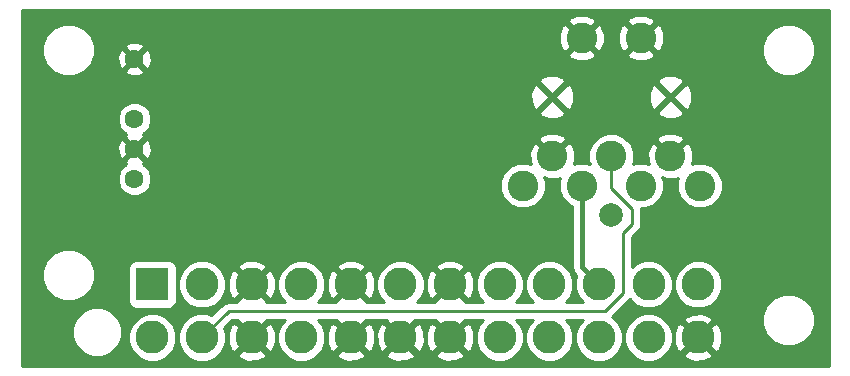
<source format=gbl>
G04 #@! TF.FileFunction,Copper,L2,Bot,Signal*
%FSLAX46Y46*%
G04 Gerber Fmt 4.6, Leading zero omitted, Abs format (unit mm)*
G04 Created by KiCad (PCBNEW 4.0.7) date 07/10/18 00:50:01*
%MOMM*%
%LPD*%
G01*
G04 APERTURE LIST*
%ADD10C,0.100000*%
%ADD11C,2.600000*%
%ADD12C,2.000000*%
%ADD13R,2.800000X2.800000*%
%ADD14C,2.800000*%
%ADD15C,1.600000*%
%ADD16C,0.250000*%
%ADD17C,0.391000*%
%ADD18C,0.254000*%
G04 APERTURE END LIST*
D10*
D11*
X169124000Y-101854000D03*
X164124000Y-101854000D03*
X161624000Y-111854000D03*
X166624000Y-111854000D03*
X171624000Y-111854000D03*
X164124000Y-114354000D03*
X169124000Y-114354000D03*
X159124000Y-114354000D03*
X174124000Y-114354000D03*
D12*
X166624000Y-116854000D03*
D13*
X127776000Y-122718000D03*
D14*
X131976000Y-122718000D03*
X136176000Y-122718000D03*
X140376000Y-122718000D03*
X144576000Y-122718000D03*
X148776000Y-122718000D03*
X152976000Y-122718000D03*
X157176000Y-122718000D03*
X161376000Y-122718000D03*
X165576000Y-122718000D03*
X169776000Y-122718000D03*
X173976000Y-122718000D03*
X127776000Y-127218000D03*
X131976000Y-127218000D03*
X136176000Y-127218000D03*
X140376000Y-127218000D03*
X144576000Y-127218000D03*
X148776000Y-127218000D03*
X152976000Y-127218000D03*
X157176000Y-127218000D03*
X161376000Y-127218000D03*
X165576000Y-127218000D03*
X169776000Y-127218000D03*
X173976000Y-127218000D03*
D15*
X126254000Y-103632000D03*
X126254000Y-113792000D03*
X126254000Y-111252000D03*
X126254000Y-108712000D03*
D16*
X167640000Y-121412000D02*
X167640000Y-118364000D01*
X134226000Y-124968000D02*
X166116000Y-124968000D01*
X166116000Y-124968000D02*
X167640000Y-123444000D01*
X167640000Y-123444000D02*
X167640000Y-121412000D01*
X131976000Y-127218000D02*
X134226000Y-124968000D01*
X166624000Y-114554000D02*
X166624000Y-111854000D01*
X168402000Y-116332000D02*
X166624000Y-114554000D01*
X168402000Y-117602000D02*
X168402000Y-116332000D01*
X167640000Y-118364000D02*
X168402000Y-117602000D01*
D17*
X165576000Y-122718000D02*
X164124000Y-121266000D01*
X164124000Y-121266000D02*
X164124000Y-114354000D01*
D18*
G36*
X185042000Y-129592000D02*
X116710000Y-129592000D01*
X116710000Y-127180815D01*
X120940630Y-127180815D01*
X121264980Y-127965800D01*
X121865041Y-128566909D01*
X122649459Y-128892628D01*
X123498815Y-128893370D01*
X124283800Y-128569020D01*
X124884909Y-127968959D01*
X125029389Y-127621011D01*
X125740648Y-127621011D01*
X126049805Y-128369229D01*
X126621760Y-128942183D01*
X127369438Y-129252646D01*
X128179011Y-129253352D01*
X128927229Y-128944195D01*
X129500183Y-128372240D01*
X129810646Y-127624562D01*
X129810649Y-127621011D01*
X129940648Y-127621011D01*
X130249805Y-128369229D01*
X130821760Y-128942183D01*
X131569438Y-129252646D01*
X132379011Y-129253352D01*
X133127229Y-128944195D01*
X133412196Y-128659724D01*
X134913882Y-128659724D01*
X135061455Y-128968106D01*
X135816031Y-129261405D01*
X136625409Y-129243614D01*
X137290545Y-128968106D01*
X137438118Y-128659724D01*
X136176000Y-127397605D01*
X134913882Y-128659724D01*
X133412196Y-128659724D01*
X133700183Y-128372240D01*
X134010646Y-127624562D01*
X134011314Y-126858031D01*
X134132595Y-126858031D01*
X134150386Y-127667409D01*
X134425894Y-128332545D01*
X134734276Y-128480118D01*
X135996395Y-127218000D01*
X136355605Y-127218000D01*
X137617724Y-128480118D01*
X137926106Y-128332545D01*
X138219405Y-127577969D01*
X138201614Y-126768591D01*
X137926106Y-126103455D01*
X137617724Y-125955882D01*
X136355605Y-127218000D01*
X135996395Y-127218000D01*
X134734276Y-125955882D01*
X134425894Y-126103455D01*
X134132595Y-126858031D01*
X134011314Y-126858031D01*
X134011352Y-126814989D01*
X133848338Y-126420464D01*
X134540802Y-125728000D01*
X134936984Y-125728000D01*
X134913882Y-125776276D01*
X136176000Y-127038395D01*
X137438118Y-125776276D01*
X137415016Y-125728000D01*
X138988163Y-125728000D01*
X138651817Y-126063760D01*
X138341354Y-126811438D01*
X138340648Y-127621011D01*
X138649805Y-128369229D01*
X139221760Y-128942183D01*
X139969438Y-129252646D01*
X140779011Y-129253352D01*
X141527229Y-128944195D01*
X141812196Y-128659724D01*
X143313882Y-128659724D01*
X143461455Y-128968106D01*
X144216031Y-129261405D01*
X145025409Y-129243614D01*
X145690545Y-128968106D01*
X145838118Y-128659724D01*
X147513882Y-128659724D01*
X147661455Y-128968106D01*
X148416031Y-129261405D01*
X149225409Y-129243614D01*
X149890545Y-128968106D01*
X150038118Y-128659724D01*
X151713882Y-128659724D01*
X151861455Y-128968106D01*
X152616031Y-129261405D01*
X153425409Y-129243614D01*
X154090545Y-128968106D01*
X154238118Y-128659724D01*
X152976000Y-127397605D01*
X151713882Y-128659724D01*
X150038118Y-128659724D01*
X148776000Y-127397605D01*
X147513882Y-128659724D01*
X145838118Y-128659724D01*
X144576000Y-127397605D01*
X143313882Y-128659724D01*
X141812196Y-128659724D01*
X142100183Y-128372240D01*
X142410646Y-127624562D01*
X142411314Y-126858031D01*
X142532595Y-126858031D01*
X142550386Y-127667409D01*
X142825894Y-128332545D01*
X143134276Y-128480118D01*
X144396395Y-127218000D01*
X144755605Y-127218000D01*
X146017724Y-128480118D01*
X146326106Y-128332545D01*
X146619405Y-127577969D01*
X146603580Y-126858031D01*
X146732595Y-126858031D01*
X146750386Y-127667409D01*
X147025894Y-128332545D01*
X147334276Y-128480118D01*
X148596395Y-127218000D01*
X148955605Y-127218000D01*
X150217724Y-128480118D01*
X150526106Y-128332545D01*
X150819405Y-127577969D01*
X150803580Y-126858031D01*
X150932595Y-126858031D01*
X150950386Y-127667409D01*
X151225894Y-128332545D01*
X151534276Y-128480118D01*
X152796395Y-127218000D01*
X153155605Y-127218000D01*
X154417724Y-128480118D01*
X154726106Y-128332545D01*
X155019405Y-127577969D01*
X155001614Y-126768591D01*
X154726106Y-126103455D01*
X154417724Y-125955882D01*
X153155605Y-127218000D01*
X152796395Y-127218000D01*
X151534276Y-125955882D01*
X151225894Y-126103455D01*
X150932595Y-126858031D01*
X150803580Y-126858031D01*
X150801614Y-126768591D01*
X150526106Y-126103455D01*
X150217724Y-125955882D01*
X148955605Y-127218000D01*
X148596395Y-127218000D01*
X147334276Y-125955882D01*
X147025894Y-126103455D01*
X146732595Y-126858031D01*
X146603580Y-126858031D01*
X146601614Y-126768591D01*
X146326106Y-126103455D01*
X146017724Y-125955882D01*
X144755605Y-127218000D01*
X144396395Y-127218000D01*
X143134276Y-125955882D01*
X142825894Y-126103455D01*
X142532595Y-126858031D01*
X142411314Y-126858031D01*
X142411352Y-126814989D01*
X142102195Y-126066771D01*
X141764015Y-125728000D01*
X143336984Y-125728000D01*
X143313882Y-125776276D01*
X144576000Y-127038395D01*
X145838118Y-125776276D01*
X145815016Y-125728000D01*
X147536984Y-125728000D01*
X147513882Y-125776276D01*
X148776000Y-127038395D01*
X150038118Y-125776276D01*
X150015016Y-125728000D01*
X151736984Y-125728000D01*
X151713882Y-125776276D01*
X152976000Y-127038395D01*
X154238118Y-125776276D01*
X154215016Y-125728000D01*
X155788163Y-125728000D01*
X155451817Y-126063760D01*
X155141354Y-126811438D01*
X155140648Y-127621011D01*
X155449805Y-128369229D01*
X156021760Y-128942183D01*
X156769438Y-129252646D01*
X157579011Y-129253352D01*
X158327229Y-128944195D01*
X158900183Y-128372240D01*
X159210646Y-127624562D01*
X159211352Y-126814989D01*
X158902195Y-126066771D01*
X158564015Y-125728000D01*
X159988163Y-125728000D01*
X159651817Y-126063760D01*
X159341354Y-126811438D01*
X159340648Y-127621011D01*
X159649805Y-128369229D01*
X160221760Y-128942183D01*
X160969438Y-129252646D01*
X161779011Y-129253352D01*
X162527229Y-128944195D01*
X163100183Y-128372240D01*
X163410646Y-127624562D01*
X163411352Y-126814989D01*
X163102195Y-126066771D01*
X162764015Y-125728000D01*
X164188163Y-125728000D01*
X163851817Y-126063760D01*
X163541354Y-126811438D01*
X163540648Y-127621011D01*
X163849805Y-128369229D01*
X164421760Y-128942183D01*
X165169438Y-129252646D01*
X165979011Y-129253352D01*
X166727229Y-128944195D01*
X167300183Y-128372240D01*
X167610646Y-127624562D01*
X167610649Y-127621011D01*
X167740648Y-127621011D01*
X168049805Y-128369229D01*
X168621760Y-128942183D01*
X169369438Y-129252646D01*
X170179011Y-129253352D01*
X170927229Y-128944195D01*
X171212196Y-128659724D01*
X172713882Y-128659724D01*
X172861455Y-128968106D01*
X173616031Y-129261405D01*
X174425409Y-129243614D01*
X175090545Y-128968106D01*
X175238118Y-128659724D01*
X173976000Y-127397605D01*
X172713882Y-128659724D01*
X171212196Y-128659724D01*
X171500183Y-128372240D01*
X171810646Y-127624562D01*
X171811314Y-126858031D01*
X171932595Y-126858031D01*
X171950386Y-127667409D01*
X172225894Y-128332545D01*
X172534276Y-128480118D01*
X173796395Y-127218000D01*
X174155605Y-127218000D01*
X175417724Y-128480118D01*
X175726106Y-128332545D01*
X176019405Y-127577969D01*
X176001614Y-126768591D01*
X175754755Y-126172619D01*
X179374613Y-126172619D01*
X179714155Y-126994372D01*
X180342321Y-127623636D01*
X181163481Y-127964611D01*
X182052619Y-127965387D01*
X182874372Y-127625845D01*
X183503636Y-126997679D01*
X183844611Y-126176519D01*
X183845387Y-125287381D01*
X183505845Y-124465628D01*
X182877679Y-123836364D01*
X182056519Y-123495389D01*
X181167381Y-123494613D01*
X180345628Y-123834155D01*
X179716364Y-124462321D01*
X179375389Y-125283481D01*
X179374613Y-126172619D01*
X175754755Y-126172619D01*
X175726106Y-126103455D01*
X175417724Y-125955882D01*
X174155605Y-127218000D01*
X173796395Y-127218000D01*
X172534276Y-125955882D01*
X172225894Y-126103455D01*
X171932595Y-126858031D01*
X171811314Y-126858031D01*
X171811352Y-126814989D01*
X171502195Y-126066771D01*
X171212207Y-125776276D01*
X172713882Y-125776276D01*
X173976000Y-127038395D01*
X175238118Y-125776276D01*
X175090545Y-125467894D01*
X174335969Y-125174595D01*
X173526591Y-125192386D01*
X172861455Y-125467894D01*
X172713882Y-125776276D01*
X171212207Y-125776276D01*
X170930240Y-125493817D01*
X170182562Y-125183354D01*
X169372989Y-125182648D01*
X168624771Y-125491805D01*
X168051817Y-126063760D01*
X167741354Y-126811438D01*
X167740648Y-127621011D01*
X167610649Y-127621011D01*
X167611352Y-126814989D01*
X167302195Y-126066771D01*
X166730240Y-125493817D01*
X166684131Y-125474671D01*
X168169584Y-123989218D01*
X168621760Y-124442183D01*
X169369438Y-124752646D01*
X170179011Y-124753352D01*
X170927229Y-124444195D01*
X171500183Y-123872240D01*
X171810646Y-123124562D01*
X171810649Y-123121011D01*
X171940648Y-123121011D01*
X172249805Y-123869229D01*
X172821760Y-124442183D01*
X173569438Y-124752646D01*
X174379011Y-124753352D01*
X175127229Y-124444195D01*
X175700183Y-123872240D01*
X176010646Y-123124562D01*
X176011352Y-122314989D01*
X175702195Y-121566771D01*
X175130240Y-120993817D01*
X174382562Y-120683354D01*
X173572989Y-120682648D01*
X172824771Y-120991805D01*
X172251817Y-121563760D01*
X171941354Y-122311438D01*
X171940648Y-123121011D01*
X171810649Y-123121011D01*
X171811352Y-122314989D01*
X171502195Y-121566771D01*
X170930240Y-120993817D01*
X170182562Y-120683354D01*
X169372989Y-120682648D01*
X168624771Y-120991805D01*
X168400000Y-121216184D01*
X168400000Y-118678802D01*
X168939401Y-118139401D01*
X169104148Y-117892839D01*
X169162000Y-117602000D01*
X169162000Y-116332000D01*
X169153452Y-116289026D01*
X169507207Y-116289335D01*
X170218658Y-115995370D01*
X170763457Y-115451521D01*
X171058663Y-114740584D01*
X171059335Y-113970793D01*
X170931222Y-113660735D01*
X171287880Y-113798066D01*
X172057427Y-113778710D01*
X172311372Y-113673523D01*
X172189337Y-113967416D01*
X172188665Y-114737207D01*
X172482630Y-115448658D01*
X173026479Y-115993457D01*
X173737416Y-116288663D01*
X174507207Y-116289335D01*
X175218658Y-115995370D01*
X175763457Y-115451521D01*
X176058663Y-114740584D01*
X176059335Y-113970793D01*
X175765370Y-113259342D01*
X175221521Y-112714543D01*
X174510584Y-112419337D01*
X173740793Y-112418665D01*
X173430735Y-112546778D01*
X173568066Y-112190120D01*
X173548710Y-111420573D01*
X173291455Y-110799504D01*
X172993459Y-110664146D01*
X171803605Y-111854000D01*
X171817748Y-111868143D01*
X171638143Y-112047748D01*
X171624000Y-112033605D01*
X171609858Y-112047748D01*
X171430253Y-111868143D01*
X171444395Y-111854000D01*
X170254541Y-110664146D01*
X169956545Y-110799504D01*
X169679934Y-111517880D01*
X169699290Y-112287427D01*
X169804477Y-112541372D01*
X169510584Y-112419337D01*
X168740793Y-112418665D01*
X168431683Y-112546386D01*
X168558663Y-112240584D01*
X168559335Y-111470793D01*
X168265370Y-110759342D01*
X167991049Y-110484541D01*
X170434146Y-110484541D01*
X171624000Y-111674395D01*
X172813854Y-110484541D01*
X172678496Y-110186545D01*
X171960120Y-109909934D01*
X171190573Y-109929290D01*
X170569504Y-110186545D01*
X170434146Y-110484541D01*
X167991049Y-110484541D01*
X167721521Y-110214543D01*
X167010584Y-109919337D01*
X166240793Y-109918665D01*
X165529342Y-110212630D01*
X164984543Y-110756479D01*
X164689337Y-111467416D01*
X164688665Y-112237207D01*
X164816386Y-112546317D01*
X164510584Y-112419337D01*
X163740793Y-112418665D01*
X163430735Y-112546778D01*
X163568066Y-112190120D01*
X163548710Y-111420573D01*
X163291455Y-110799504D01*
X162993459Y-110664146D01*
X161803605Y-111854000D01*
X161817748Y-111868143D01*
X161638143Y-112047748D01*
X161624000Y-112033605D01*
X161609858Y-112047748D01*
X161430253Y-111868143D01*
X161444395Y-111854000D01*
X160254541Y-110664146D01*
X159956545Y-110799504D01*
X159679934Y-111517880D01*
X159699290Y-112287427D01*
X159804477Y-112541372D01*
X159510584Y-112419337D01*
X158740793Y-112418665D01*
X158029342Y-112712630D01*
X157484543Y-113256479D01*
X157189337Y-113967416D01*
X157188665Y-114737207D01*
X157482630Y-115448658D01*
X158026479Y-115993457D01*
X158737416Y-116288663D01*
X159507207Y-116289335D01*
X160218658Y-115995370D01*
X160763457Y-115451521D01*
X161058663Y-114740584D01*
X161059335Y-113970793D01*
X160931222Y-113660735D01*
X161287880Y-113798066D01*
X162057427Y-113778710D01*
X162311372Y-113673523D01*
X162189337Y-113967416D01*
X162188665Y-114737207D01*
X162482630Y-115448658D01*
X163026479Y-115993457D01*
X163293500Y-116104333D01*
X163293500Y-121266000D01*
X163356718Y-121583819D01*
X163436245Y-121702839D01*
X163536748Y-121853252D01*
X163674436Y-121990940D01*
X163541354Y-122311438D01*
X163540648Y-123121011D01*
X163849805Y-123869229D01*
X164187985Y-124208000D01*
X162763837Y-124208000D01*
X163100183Y-123872240D01*
X163410646Y-123124562D01*
X163411352Y-122314989D01*
X163102195Y-121566771D01*
X162530240Y-120993817D01*
X161782562Y-120683354D01*
X160972989Y-120682648D01*
X160224771Y-120991805D01*
X159651817Y-121563760D01*
X159341354Y-122311438D01*
X159340648Y-123121011D01*
X159649805Y-123869229D01*
X159987985Y-124208000D01*
X158563837Y-124208000D01*
X158900183Y-123872240D01*
X159210646Y-123124562D01*
X159211352Y-122314989D01*
X158902195Y-121566771D01*
X158330240Y-120993817D01*
X157582562Y-120683354D01*
X156772989Y-120682648D01*
X156024771Y-120991805D01*
X155451817Y-121563760D01*
X155141354Y-122311438D01*
X155140648Y-123121011D01*
X155449805Y-123869229D01*
X155787985Y-124208000D01*
X154215016Y-124208000D01*
X154238118Y-124159724D01*
X152976000Y-122897605D01*
X151713882Y-124159724D01*
X151736984Y-124208000D01*
X150163837Y-124208000D01*
X150500183Y-123872240D01*
X150810646Y-123124562D01*
X150811314Y-122358031D01*
X150932595Y-122358031D01*
X150950386Y-123167409D01*
X151225894Y-123832545D01*
X151534276Y-123980118D01*
X152796395Y-122718000D01*
X153155605Y-122718000D01*
X154417724Y-123980118D01*
X154726106Y-123832545D01*
X155019405Y-123077969D01*
X155001614Y-122268591D01*
X154726106Y-121603455D01*
X154417724Y-121455882D01*
X153155605Y-122718000D01*
X152796395Y-122718000D01*
X151534276Y-121455882D01*
X151225894Y-121603455D01*
X150932595Y-122358031D01*
X150811314Y-122358031D01*
X150811352Y-122314989D01*
X150502195Y-121566771D01*
X150212207Y-121276276D01*
X151713882Y-121276276D01*
X152976000Y-122538395D01*
X154238118Y-121276276D01*
X154090545Y-120967894D01*
X153335969Y-120674595D01*
X152526591Y-120692386D01*
X151861455Y-120967894D01*
X151713882Y-121276276D01*
X150212207Y-121276276D01*
X149930240Y-120993817D01*
X149182562Y-120683354D01*
X148372989Y-120682648D01*
X147624771Y-120991805D01*
X147051817Y-121563760D01*
X146741354Y-122311438D01*
X146740648Y-123121011D01*
X147049805Y-123869229D01*
X147387985Y-124208000D01*
X145815016Y-124208000D01*
X145838118Y-124159724D01*
X144576000Y-122897605D01*
X143313882Y-124159724D01*
X143336984Y-124208000D01*
X141763837Y-124208000D01*
X142100183Y-123872240D01*
X142410646Y-123124562D01*
X142411314Y-122358031D01*
X142532595Y-122358031D01*
X142550386Y-123167409D01*
X142825894Y-123832545D01*
X143134276Y-123980118D01*
X144396395Y-122718000D01*
X144755605Y-122718000D01*
X146017724Y-123980118D01*
X146326106Y-123832545D01*
X146619405Y-123077969D01*
X146601614Y-122268591D01*
X146326106Y-121603455D01*
X146017724Y-121455882D01*
X144755605Y-122718000D01*
X144396395Y-122718000D01*
X143134276Y-121455882D01*
X142825894Y-121603455D01*
X142532595Y-122358031D01*
X142411314Y-122358031D01*
X142411352Y-122314989D01*
X142102195Y-121566771D01*
X141812207Y-121276276D01*
X143313882Y-121276276D01*
X144576000Y-122538395D01*
X145838118Y-121276276D01*
X145690545Y-120967894D01*
X144935969Y-120674595D01*
X144126591Y-120692386D01*
X143461455Y-120967894D01*
X143313882Y-121276276D01*
X141812207Y-121276276D01*
X141530240Y-120993817D01*
X140782562Y-120683354D01*
X139972989Y-120682648D01*
X139224771Y-120991805D01*
X138651817Y-121563760D01*
X138341354Y-122311438D01*
X138340648Y-123121011D01*
X138649805Y-123869229D01*
X138987985Y-124208000D01*
X137415016Y-124208000D01*
X137438118Y-124159724D01*
X136176000Y-122897605D01*
X134913882Y-124159724D01*
X134936984Y-124208000D01*
X134226000Y-124208000D01*
X133935161Y-124265852D01*
X133688599Y-124430599D01*
X132773509Y-125345689D01*
X132382562Y-125183354D01*
X131572989Y-125182648D01*
X130824771Y-125491805D01*
X130251817Y-126063760D01*
X129941354Y-126811438D01*
X129940648Y-127621011D01*
X129810649Y-127621011D01*
X129811352Y-126814989D01*
X129502195Y-126066771D01*
X128930240Y-125493817D01*
X128182562Y-125183354D01*
X127372989Y-125182648D01*
X126624771Y-125491805D01*
X126051817Y-126063760D01*
X125741354Y-126811438D01*
X125740648Y-127621011D01*
X125029389Y-127621011D01*
X125210628Y-127184541D01*
X125211370Y-126335185D01*
X124887020Y-125550200D01*
X124286959Y-124949091D01*
X123502541Y-124623372D01*
X122653185Y-124622630D01*
X121868200Y-124946980D01*
X121267091Y-125547041D01*
X120941372Y-126331459D01*
X120940630Y-127180815D01*
X116710000Y-127180815D01*
X116710000Y-122362619D01*
X118414613Y-122362619D01*
X118754155Y-123184372D01*
X119382321Y-123813636D01*
X120203481Y-124154611D01*
X121092619Y-124155387D01*
X121914372Y-123815845D01*
X122543636Y-123187679D01*
X122884611Y-122366519D01*
X122885387Y-121477381D01*
X122819533Y-121318000D01*
X125728560Y-121318000D01*
X125728560Y-124118000D01*
X125772838Y-124353317D01*
X125911910Y-124569441D01*
X126124110Y-124714431D01*
X126376000Y-124765440D01*
X129176000Y-124765440D01*
X129411317Y-124721162D01*
X129627441Y-124582090D01*
X129772431Y-124369890D01*
X129823440Y-124118000D01*
X129823440Y-123121011D01*
X129940648Y-123121011D01*
X130249805Y-123869229D01*
X130821760Y-124442183D01*
X131569438Y-124752646D01*
X132379011Y-124753352D01*
X133127229Y-124444195D01*
X133700183Y-123872240D01*
X134010646Y-123124562D01*
X134011314Y-122358031D01*
X134132595Y-122358031D01*
X134150386Y-123167409D01*
X134425894Y-123832545D01*
X134734276Y-123980118D01*
X135996395Y-122718000D01*
X136355605Y-122718000D01*
X137617724Y-123980118D01*
X137926106Y-123832545D01*
X138219405Y-123077969D01*
X138201614Y-122268591D01*
X137926106Y-121603455D01*
X137617724Y-121455882D01*
X136355605Y-122718000D01*
X135996395Y-122718000D01*
X134734276Y-121455882D01*
X134425894Y-121603455D01*
X134132595Y-122358031D01*
X134011314Y-122358031D01*
X134011352Y-122314989D01*
X133702195Y-121566771D01*
X133412207Y-121276276D01*
X134913882Y-121276276D01*
X136176000Y-122538395D01*
X137438118Y-121276276D01*
X137290545Y-120967894D01*
X136535969Y-120674595D01*
X135726591Y-120692386D01*
X135061455Y-120967894D01*
X134913882Y-121276276D01*
X133412207Y-121276276D01*
X133130240Y-120993817D01*
X132382562Y-120683354D01*
X131572989Y-120682648D01*
X130824771Y-120991805D01*
X130251817Y-121563760D01*
X129941354Y-122311438D01*
X129940648Y-123121011D01*
X129823440Y-123121011D01*
X129823440Y-121318000D01*
X129779162Y-121082683D01*
X129640090Y-120866559D01*
X129427890Y-120721569D01*
X129176000Y-120670560D01*
X126376000Y-120670560D01*
X126140683Y-120714838D01*
X125924559Y-120853910D01*
X125779569Y-121066110D01*
X125728560Y-121318000D01*
X122819533Y-121318000D01*
X122545845Y-120655628D01*
X121917679Y-120026364D01*
X121096519Y-119685389D01*
X120207381Y-119684613D01*
X119385628Y-120024155D01*
X118756364Y-120652321D01*
X118415389Y-121473481D01*
X118414613Y-122362619D01*
X116710000Y-122362619D01*
X116710000Y-114076187D01*
X124818752Y-114076187D01*
X125036757Y-114603800D01*
X125440077Y-115007824D01*
X125967309Y-115226750D01*
X126538187Y-115227248D01*
X127065800Y-115009243D01*
X127469824Y-114605923D01*
X127688750Y-114078691D01*
X127689248Y-113507813D01*
X127471243Y-112980200D01*
X127067923Y-112576176D01*
X126953232Y-112528552D01*
X127008005Y-112505864D01*
X127082139Y-112259745D01*
X126254000Y-111431605D01*
X125425861Y-112259745D01*
X125499995Y-112505864D01*
X125558254Y-112526805D01*
X125442200Y-112574757D01*
X125038176Y-112978077D01*
X124819250Y-113505309D01*
X124818752Y-114076187D01*
X116710000Y-114076187D01*
X116710000Y-111035223D01*
X124807035Y-111035223D01*
X124834222Y-111605454D01*
X125000136Y-112006005D01*
X125246255Y-112080139D01*
X126074395Y-111252000D01*
X126433605Y-111252000D01*
X127261745Y-112080139D01*
X127507864Y-112006005D01*
X127700965Y-111468777D01*
X127673778Y-110898546D01*
X127507864Y-110497995D01*
X127463198Y-110484541D01*
X160434146Y-110484541D01*
X161624000Y-111674395D01*
X162813854Y-110484541D01*
X162678496Y-110186545D01*
X161960120Y-109909934D01*
X161190573Y-109929290D01*
X160569504Y-110186545D01*
X160434146Y-110484541D01*
X127463198Y-110484541D01*
X127261745Y-110423861D01*
X126433605Y-111252000D01*
X126074395Y-111252000D01*
X125246255Y-110423861D01*
X125000136Y-110497995D01*
X124807035Y-111035223D01*
X116710000Y-111035223D01*
X116710000Y-108996187D01*
X124818752Y-108996187D01*
X125036757Y-109523800D01*
X125440077Y-109927824D01*
X125554768Y-109975448D01*
X125499995Y-109998136D01*
X125425861Y-110244255D01*
X126254000Y-111072395D01*
X127082139Y-110244255D01*
X127008005Y-109998136D01*
X126949746Y-109977195D01*
X127065800Y-109929243D01*
X127469824Y-109525923D01*
X127688750Y-108998691D01*
X127689248Y-108427813D01*
X127574944Y-108151175D01*
X160506430Y-108151175D01*
X160629565Y-108438788D01*
X161311734Y-108698707D01*
X162041443Y-108677786D01*
X162618435Y-108438788D01*
X162741570Y-108151175D01*
X170506430Y-108151175D01*
X170629565Y-108438788D01*
X171311734Y-108698707D01*
X172041443Y-108677786D01*
X172618435Y-108438788D01*
X172741570Y-108151175D01*
X171624000Y-107033605D01*
X170506430Y-108151175D01*
X162741570Y-108151175D01*
X161624000Y-107033605D01*
X160506430Y-108151175D01*
X127574944Y-108151175D01*
X127471243Y-107900200D01*
X127067923Y-107496176D01*
X126540691Y-107277250D01*
X125969813Y-107276752D01*
X125442200Y-107494757D01*
X125038176Y-107898077D01*
X124819250Y-108425309D01*
X124818752Y-108996187D01*
X116710000Y-108996187D01*
X116710000Y-106541734D01*
X159779293Y-106541734D01*
X159800214Y-107271443D01*
X160039212Y-107848435D01*
X160326825Y-107971570D01*
X161444395Y-106854000D01*
X161803605Y-106854000D01*
X162921175Y-107971570D01*
X163208788Y-107848435D01*
X163468707Y-107166266D01*
X163450802Y-106541734D01*
X169779293Y-106541734D01*
X169800214Y-107271443D01*
X170039212Y-107848435D01*
X170326825Y-107971570D01*
X171444395Y-106854000D01*
X171803605Y-106854000D01*
X172921175Y-107971570D01*
X173208788Y-107848435D01*
X173468707Y-107166266D01*
X173447786Y-106436557D01*
X173208788Y-105859565D01*
X172921175Y-105736430D01*
X171803605Y-106854000D01*
X171444395Y-106854000D01*
X170326825Y-105736430D01*
X170039212Y-105859565D01*
X169779293Y-106541734D01*
X163450802Y-106541734D01*
X163447786Y-106436557D01*
X163208788Y-105859565D01*
X162921175Y-105736430D01*
X161803605Y-106854000D01*
X161444395Y-106854000D01*
X160326825Y-105736430D01*
X160039212Y-105859565D01*
X159779293Y-106541734D01*
X116710000Y-106541734D01*
X116710000Y-105556825D01*
X160506430Y-105556825D01*
X161624000Y-106674395D01*
X162741570Y-105556825D01*
X170506430Y-105556825D01*
X171624000Y-106674395D01*
X172741570Y-105556825D01*
X172618435Y-105269212D01*
X171936266Y-105009293D01*
X171206557Y-105030214D01*
X170629565Y-105269212D01*
X170506430Y-105556825D01*
X162741570Y-105556825D01*
X162618435Y-105269212D01*
X161936266Y-105009293D01*
X161206557Y-105030214D01*
X160629565Y-105269212D01*
X160506430Y-105556825D01*
X116710000Y-105556825D01*
X116710000Y-103312619D01*
X118414613Y-103312619D01*
X118754155Y-104134372D01*
X119382321Y-104763636D01*
X120203481Y-105104611D01*
X121092619Y-105105387D01*
X121914372Y-104765845D01*
X122040692Y-104639745D01*
X125425861Y-104639745D01*
X125499995Y-104885864D01*
X126037223Y-105078965D01*
X126607454Y-105051778D01*
X127008005Y-104885864D01*
X127082139Y-104639745D01*
X126254000Y-103811605D01*
X125425861Y-104639745D01*
X122040692Y-104639745D01*
X122543636Y-104137679D01*
X122843625Y-103415223D01*
X124807035Y-103415223D01*
X124834222Y-103985454D01*
X125000136Y-104386005D01*
X125246255Y-104460139D01*
X126074395Y-103632000D01*
X126433605Y-103632000D01*
X127261745Y-104460139D01*
X127507864Y-104386005D01*
X127700965Y-103848777D01*
X127673778Y-103278546D01*
X127650961Y-103223459D01*
X162934146Y-103223459D01*
X163069504Y-103521455D01*
X163787880Y-103798066D01*
X164557427Y-103778710D01*
X165178496Y-103521455D01*
X165313854Y-103223459D01*
X167934146Y-103223459D01*
X168069504Y-103521455D01*
X168787880Y-103798066D01*
X169557427Y-103778710D01*
X170178496Y-103521455D01*
X170273355Y-103312619D01*
X179374613Y-103312619D01*
X179714155Y-104134372D01*
X180342321Y-104763636D01*
X181163481Y-105104611D01*
X182052619Y-105105387D01*
X182874372Y-104765845D01*
X183503636Y-104137679D01*
X183844611Y-103316519D01*
X183845387Y-102427381D01*
X183505845Y-101605628D01*
X182877679Y-100976364D01*
X182056519Y-100635389D01*
X181167381Y-100634613D01*
X180345628Y-100974155D01*
X179716364Y-101602321D01*
X179375389Y-102423481D01*
X179374613Y-103312619D01*
X170273355Y-103312619D01*
X170313854Y-103223459D01*
X169124000Y-102033605D01*
X167934146Y-103223459D01*
X165313854Y-103223459D01*
X164124000Y-102033605D01*
X162934146Y-103223459D01*
X127650961Y-103223459D01*
X127507864Y-102877995D01*
X127261745Y-102803861D01*
X126433605Y-103632000D01*
X126074395Y-103632000D01*
X125246255Y-102803861D01*
X125000136Y-102877995D01*
X124807035Y-103415223D01*
X122843625Y-103415223D01*
X122884611Y-103316519D01*
X122885215Y-102624255D01*
X125425861Y-102624255D01*
X126254000Y-103452395D01*
X127082139Y-102624255D01*
X127008005Y-102378136D01*
X126470777Y-102185035D01*
X125900546Y-102212222D01*
X125499995Y-102378136D01*
X125425861Y-102624255D01*
X122885215Y-102624255D01*
X122885387Y-102427381D01*
X122545845Y-101605628D01*
X122458251Y-101517880D01*
X162179934Y-101517880D01*
X162199290Y-102287427D01*
X162456545Y-102908496D01*
X162754541Y-103043854D01*
X163944395Y-101854000D01*
X164303605Y-101854000D01*
X165493459Y-103043854D01*
X165791455Y-102908496D01*
X166068066Y-102190120D01*
X166051158Y-101517880D01*
X167179934Y-101517880D01*
X167199290Y-102287427D01*
X167456545Y-102908496D01*
X167754541Y-103043854D01*
X168944395Y-101854000D01*
X169303605Y-101854000D01*
X170493459Y-103043854D01*
X170791455Y-102908496D01*
X171068066Y-102190120D01*
X171048710Y-101420573D01*
X170791455Y-100799504D01*
X170493459Y-100664146D01*
X169303605Y-101854000D01*
X168944395Y-101854000D01*
X167754541Y-100664146D01*
X167456545Y-100799504D01*
X167179934Y-101517880D01*
X166051158Y-101517880D01*
X166048710Y-101420573D01*
X165791455Y-100799504D01*
X165493459Y-100664146D01*
X164303605Y-101854000D01*
X163944395Y-101854000D01*
X162754541Y-100664146D01*
X162456545Y-100799504D01*
X162179934Y-101517880D01*
X122458251Y-101517880D01*
X121917679Y-100976364D01*
X121096519Y-100635389D01*
X120207381Y-100634613D01*
X119385628Y-100974155D01*
X118756364Y-101602321D01*
X118415389Y-102423481D01*
X118414613Y-103312619D01*
X116710000Y-103312619D01*
X116710000Y-100484541D01*
X162934146Y-100484541D01*
X164124000Y-101674395D01*
X165313854Y-100484541D01*
X167934146Y-100484541D01*
X169124000Y-101674395D01*
X170313854Y-100484541D01*
X170178496Y-100186545D01*
X169460120Y-99909934D01*
X168690573Y-99929290D01*
X168069504Y-100186545D01*
X167934146Y-100484541D01*
X165313854Y-100484541D01*
X165178496Y-100186545D01*
X164460120Y-99909934D01*
X163690573Y-99929290D01*
X163069504Y-100186545D01*
X162934146Y-100484541D01*
X116710000Y-100484541D01*
X116710000Y-99516000D01*
X185042000Y-99516000D01*
X185042000Y-129592000D01*
X185042000Y-129592000D01*
G37*
X185042000Y-129592000D02*
X116710000Y-129592000D01*
X116710000Y-127180815D01*
X120940630Y-127180815D01*
X121264980Y-127965800D01*
X121865041Y-128566909D01*
X122649459Y-128892628D01*
X123498815Y-128893370D01*
X124283800Y-128569020D01*
X124884909Y-127968959D01*
X125029389Y-127621011D01*
X125740648Y-127621011D01*
X126049805Y-128369229D01*
X126621760Y-128942183D01*
X127369438Y-129252646D01*
X128179011Y-129253352D01*
X128927229Y-128944195D01*
X129500183Y-128372240D01*
X129810646Y-127624562D01*
X129810649Y-127621011D01*
X129940648Y-127621011D01*
X130249805Y-128369229D01*
X130821760Y-128942183D01*
X131569438Y-129252646D01*
X132379011Y-129253352D01*
X133127229Y-128944195D01*
X133412196Y-128659724D01*
X134913882Y-128659724D01*
X135061455Y-128968106D01*
X135816031Y-129261405D01*
X136625409Y-129243614D01*
X137290545Y-128968106D01*
X137438118Y-128659724D01*
X136176000Y-127397605D01*
X134913882Y-128659724D01*
X133412196Y-128659724D01*
X133700183Y-128372240D01*
X134010646Y-127624562D01*
X134011314Y-126858031D01*
X134132595Y-126858031D01*
X134150386Y-127667409D01*
X134425894Y-128332545D01*
X134734276Y-128480118D01*
X135996395Y-127218000D01*
X136355605Y-127218000D01*
X137617724Y-128480118D01*
X137926106Y-128332545D01*
X138219405Y-127577969D01*
X138201614Y-126768591D01*
X137926106Y-126103455D01*
X137617724Y-125955882D01*
X136355605Y-127218000D01*
X135996395Y-127218000D01*
X134734276Y-125955882D01*
X134425894Y-126103455D01*
X134132595Y-126858031D01*
X134011314Y-126858031D01*
X134011352Y-126814989D01*
X133848338Y-126420464D01*
X134540802Y-125728000D01*
X134936984Y-125728000D01*
X134913882Y-125776276D01*
X136176000Y-127038395D01*
X137438118Y-125776276D01*
X137415016Y-125728000D01*
X138988163Y-125728000D01*
X138651817Y-126063760D01*
X138341354Y-126811438D01*
X138340648Y-127621011D01*
X138649805Y-128369229D01*
X139221760Y-128942183D01*
X139969438Y-129252646D01*
X140779011Y-129253352D01*
X141527229Y-128944195D01*
X141812196Y-128659724D01*
X143313882Y-128659724D01*
X143461455Y-128968106D01*
X144216031Y-129261405D01*
X145025409Y-129243614D01*
X145690545Y-128968106D01*
X145838118Y-128659724D01*
X147513882Y-128659724D01*
X147661455Y-128968106D01*
X148416031Y-129261405D01*
X149225409Y-129243614D01*
X149890545Y-128968106D01*
X150038118Y-128659724D01*
X151713882Y-128659724D01*
X151861455Y-128968106D01*
X152616031Y-129261405D01*
X153425409Y-129243614D01*
X154090545Y-128968106D01*
X154238118Y-128659724D01*
X152976000Y-127397605D01*
X151713882Y-128659724D01*
X150038118Y-128659724D01*
X148776000Y-127397605D01*
X147513882Y-128659724D01*
X145838118Y-128659724D01*
X144576000Y-127397605D01*
X143313882Y-128659724D01*
X141812196Y-128659724D01*
X142100183Y-128372240D01*
X142410646Y-127624562D01*
X142411314Y-126858031D01*
X142532595Y-126858031D01*
X142550386Y-127667409D01*
X142825894Y-128332545D01*
X143134276Y-128480118D01*
X144396395Y-127218000D01*
X144755605Y-127218000D01*
X146017724Y-128480118D01*
X146326106Y-128332545D01*
X146619405Y-127577969D01*
X146603580Y-126858031D01*
X146732595Y-126858031D01*
X146750386Y-127667409D01*
X147025894Y-128332545D01*
X147334276Y-128480118D01*
X148596395Y-127218000D01*
X148955605Y-127218000D01*
X150217724Y-128480118D01*
X150526106Y-128332545D01*
X150819405Y-127577969D01*
X150803580Y-126858031D01*
X150932595Y-126858031D01*
X150950386Y-127667409D01*
X151225894Y-128332545D01*
X151534276Y-128480118D01*
X152796395Y-127218000D01*
X153155605Y-127218000D01*
X154417724Y-128480118D01*
X154726106Y-128332545D01*
X155019405Y-127577969D01*
X155001614Y-126768591D01*
X154726106Y-126103455D01*
X154417724Y-125955882D01*
X153155605Y-127218000D01*
X152796395Y-127218000D01*
X151534276Y-125955882D01*
X151225894Y-126103455D01*
X150932595Y-126858031D01*
X150803580Y-126858031D01*
X150801614Y-126768591D01*
X150526106Y-126103455D01*
X150217724Y-125955882D01*
X148955605Y-127218000D01*
X148596395Y-127218000D01*
X147334276Y-125955882D01*
X147025894Y-126103455D01*
X146732595Y-126858031D01*
X146603580Y-126858031D01*
X146601614Y-126768591D01*
X146326106Y-126103455D01*
X146017724Y-125955882D01*
X144755605Y-127218000D01*
X144396395Y-127218000D01*
X143134276Y-125955882D01*
X142825894Y-126103455D01*
X142532595Y-126858031D01*
X142411314Y-126858031D01*
X142411352Y-126814989D01*
X142102195Y-126066771D01*
X141764015Y-125728000D01*
X143336984Y-125728000D01*
X143313882Y-125776276D01*
X144576000Y-127038395D01*
X145838118Y-125776276D01*
X145815016Y-125728000D01*
X147536984Y-125728000D01*
X147513882Y-125776276D01*
X148776000Y-127038395D01*
X150038118Y-125776276D01*
X150015016Y-125728000D01*
X151736984Y-125728000D01*
X151713882Y-125776276D01*
X152976000Y-127038395D01*
X154238118Y-125776276D01*
X154215016Y-125728000D01*
X155788163Y-125728000D01*
X155451817Y-126063760D01*
X155141354Y-126811438D01*
X155140648Y-127621011D01*
X155449805Y-128369229D01*
X156021760Y-128942183D01*
X156769438Y-129252646D01*
X157579011Y-129253352D01*
X158327229Y-128944195D01*
X158900183Y-128372240D01*
X159210646Y-127624562D01*
X159211352Y-126814989D01*
X158902195Y-126066771D01*
X158564015Y-125728000D01*
X159988163Y-125728000D01*
X159651817Y-126063760D01*
X159341354Y-126811438D01*
X159340648Y-127621011D01*
X159649805Y-128369229D01*
X160221760Y-128942183D01*
X160969438Y-129252646D01*
X161779011Y-129253352D01*
X162527229Y-128944195D01*
X163100183Y-128372240D01*
X163410646Y-127624562D01*
X163411352Y-126814989D01*
X163102195Y-126066771D01*
X162764015Y-125728000D01*
X164188163Y-125728000D01*
X163851817Y-126063760D01*
X163541354Y-126811438D01*
X163540648Y-127621011D01*
X163849805Y-128369229D01*
X164421760Y-128942183D01*
X165169438Y-129252646D01*
X165979011Y-129253352D01*
X166727229Y-128944195D01*
X167300183Y-128372240D01*
X167610646Y-127624562D01*
X167610649Y-127621011D01*
X167740648Y-127621011D01*
X168049805Y-128369229D01*
X168621760Y-128942183D01*
X169369438Y-129252646D01*
X170179011Y-129253352D01*
X170927229Y-128944195D01*
X171212196Y-128659724D01*
X172713882Y-128659724D01*
X172861455Y-128968106D01*
X173616031Y-129261405D01*
X174425409Y-129243614D01*
X175090545Y-128968106D01*
X175238118Y-128659724D01*
X173976000Y-127397605D01*
X172713882Y-128659724D01*
X171212196Y-128659724D01*
X171500183Y-128372240D01*
X171810646Y-127624562D01*
X171811314Y-126858031D01*
X171932595Y-126858031D01*
X171950386Y-127667409D01*
X172225894Y-128332545D01*
X172534276Y-128480118D01*
X173796395Y-127218000D01*
X174155605Y-127218000D01*
X175417724Y-128480118D01*
X175726106Y-128332545D01*
X176019405Y-127577969D01*
X176001614Y-126768591D01*
X175754755Y-126172619D01*
X179374613Y-126172619D01*
X179714155Y-126994372D01*
X180342321Y-127623636D01*
X181163481Y-127964611D01*
X182052619Y-127965387D01*
X182874372Y-127625845D01*
X183503636Y-126997679D01*
X183844611Y-126176519D01*
X183845387Y-125287381D01*
X183505845Y-124465628D01*
X182877679Y-123836364D01*
X182056519Y-123495389D01*
X181167381Y-123494613D01*
X180345628Y-123834155D01*
X179716364Y-124462321D01*
X179375389Y-125283481D01*
X179374613Y-126172619D01*
X175754755Y-126172619D01*
X175726106Y-126103455D01*
X175417724Y-125955882D01*
X174155605Y-127218000D01*
X173796395Y-127218000D01*
X172534276Y-125955882D01*
X172225894Y-126103455D01*
X171932595Y-126858031D01*
X171811314Y-126858031D01*
X171811352Y-126814989D01*
X171502195Y-126066771D01*
X171212207Y-125776276D01*
X172713882Y-125776276D01*
X173976000Y-127038395D01*
X175238118Y-125776276D01*
X175090545Y-125467894D01*
X174335969Y-125174595D01*
X173526591Y-125192386D01*
X172861455Y-125467894D01*
X172713882Y-125776276D01*
X171212207Y-125776276D01*
X170930240Y-125493817D01*
X170182562Y-125183354D01*
X169372989Y-125182648D01*
X168624771Y-125491805D01*
X168051817Y-126063760D01*
X167741354Y-126811438D01*
X167740648Y-127621011D01*
X167610649Y-127621011D01*
X167611352Y-126814989D01*
X167302195Y-126066771D01*
X166730240Y-125493817D01*
X166684131Y-125474671D01*
X168169584Y-123989218D01*
X168621760Y-124442183D01*
X169369438Y-124752646D01*
X170179011Y-124753352D01*
X170927229Y-124444195D01*
X171500183Y-123872240D01*
X171810646Y-123124562D01*
X171810649Y-123121011D01*
X171940648Y-123121011D01*
X172249805Y-123869229D01*
X172821760Y-124442183D01*
X173569438Y-124752646D01*
X174379011Y-124753352D01*
X175127229Y-124444195D01*
X175700183Y-123872240D01*
X176010646Y-123124562D01*
X176011352Y-122314989D01*
X175702195Y-121566771D01*
X175130240Y-120993817D01*
X174382562Y-120683354D01*
X173572989Y-120682648D01*
X172824771Y-120991805D01*
X172251817Y-121563760D01*
X171941354Y-122311438D01*
X171940648Y-123121011D01*
X171810649Y-123121011D01*
X171811352Y-122314989D01*
X171502195Y-121566771D01*
X170930240Y-120993817D01*
X170182562Y-120683354D01*
X169372989Y-120682648D01*
X168624771Y-120991805D01*
X168400000Y-121216184D01*
X168400000Y-118678802D01*
X168939401Y-118139401D01*
X169104148Y-117892839D01*
X169162000Y-117602000D01*
X169162000Y-116332000D01*
X169153452Y-116289026D01*
X169507207Y-116289335D01*
X170218658Y-115995370D01*
X170763457Y-115451521D01*
X171058663Y-114740584D01*
X171059335Y-113970793D01*
X170931222Y-113660735D01*
X171287880Y-113798066D01*
X172057427Y-113778710D01*
X172311372Y-113673523D01*
X172189337Y-113967416D01*
X172188665Y-114737207D01*
X172482630Y-115448658D01*
X173026479Y-115993457D01*
X173737416Y-116288663D01*
X174507207Y-116289335D01*
X175218658Y-115995370D01*
X175763457Y-115451521D01*
X176058663Y-114740584D01*
X176059335Y-113970793D01*
X175765370Y-113259342D01*
X175221521Y-112714543D01*
X174510584Y-112419337D01*
X173740793Y-112418665D01*
X173430735Y-112546778D01*
X173568066Y-112190120D01*
X173548710Y-111420573D01*
X173291455Y-110799504D01*
X172993459Y-110664146D01*
X171803605Y-111854000D01*
X171817748Y-111868143D01*
X171638143Y-112047748D01*
X171624000Y-112033605D01*
X171609858Y-112047748D01*
X171430253Y-111868143D01*
X171444395Y-111854000D01*
X170254541Y-110664146D01*
X169956545Y-110799504D01*
X169679934Y-111517880D01*
X169699290Y-112287427D01*
X169804477Y-112541372D01*
X169510584Y-112419337D01*
X168740793Y-112418665D01*
X168431683Y-112546386D01*
X168558663Y-112240584D01*
X168559335Y-111470793D01*
X168265370Y-110759342D01*
X167991049Y-110484541D01*
X170434146Y-110484541D01*
X171624000Y-111674395D01*
X172813854Y-110484541D01*
X172678496Y-110186545D01*
X171960120Y-109909934D01*
X171190573Y-109929290D01*
X170569504Y-110186545D01*
X170434146Y-110484541D01*
X167991049Y-110484541D01*
X167721521Y-110214543D01*
X167010584Y-109919337D01*
X166240793Y-109918665D01*
X165529342Y-110212630D01*
X164984543Y-110756479D01*
X164689337Y-111467416D01*
X164688665Y-112237207D01*
X164816386Y-112546317D01*
X164510584Y-112419337D01*
X163740793Y-112418665D01*
X163430735Y-112546778D01*
X163568066Y-112190120D01*
X163548710Y-111420573D01*
X163291455Y-110799504D01*
X162993459Y-110664146D01*
X161803605Y-111854000D01*
X161817748Y-111868143D01*
X161638143Y-112047748D01*
X161624000Y-112033605D01*
X161609858Y-112047748D01*
X161430253Y-111868143D01*
X161444395Y-111854000D01*
X160254541Y-110664146D01*
X159956545Y-110799504D01*
X159679934Y-111517880D01*
X159699290Y-112287427D01*
X159804477Y-112541372D01*
X159510584Y-112419337D01*
X158740793Y-112418665D01*
X158029342Y-112712630D01*
X157484543Y-113256479D01*
X157189337Y-113967416D01*
X157188665Y-114737207D01*
X157482630Y-115448658D01*
X158026479Y-115993457D01*
X158737416Y-116288663D01*
X159507207Y-116289335D01*
X160218658Y-115995370D01*
X160763457Y-115451521D01*
X161058663Y-114740584D01*
X161059335Y-113970793D01*
X160931222Y-113660735D01*
X161287880Y-113798066D01*
X162057427Y-113778710D01*
X162311372Y-113673523D01*
X162189337Y-113967416D01*
X162188665Y-114737207D01*
X162482630Y-115448658D01*
X163026479Y-115993457D01*
X163293500Y-116104333D01*
X163293500Y-121266000D01*
X163356718Y-121583819D01*
X163436245Y-121702839D01*
X163536748Y-121853252D01*
X163674436Y-121990940D01*
X163541354Y-122311438D01*
X163540648Y-123121011D01*
X163849805Y-123869229D01*
X164187985Y-124208000D01*
X162763837Y-124208000D01*
X163100183Y-123872240D01*
X163410646Y-123124562D01*
X163411352Y-122314989D01*
X163102195Y-121566771D01*
X162530240Y-120993817D01*
X161782562Y-120683354D01*
X160972989Y-120682648D01*
X160224771Y-120991805D01*
X159651817Y-121563760D01*
X159341354Y-122311438D01*
X159340648Y-123121011D01*
X159649805Y-123869229D01*
X159987985Y-124208000D01*
X158563837Y-124208000D01*
X158900183Y-123872240D01*
X159210646Y-123124562D01*
X159211352Y-122314989D01*
X158902195Y-121566771D01*
X158330240Y-120993817D01*
X157582562Y-120683354D01*
X156772989Y-120682648D01*
X156024771Y-120991805D01*
X155451817Y-121563760D01*
X155141354Y-122311438D01*
X155140648Y-123121011D01*
X155449805Y-123869229D01*
X155787985Y-124208000D01*
X154215016Y-124208000D01*
X154238118Y-124159724D01*
X152976000Y-122897605D01*
X151713882Y-124159724D01*
X151736984Y-124208000D01*
X150163837Y-124208000D01*
X150500183Y-123872240D01*
X150810646Y-123124562D01*
X150811314Y-122358031D01*
X150932595Y-122358031D01*
X150950386Y-123167409D01*
X151225894Y-123832545D01*
X151534276Y-123980118D01*
X152796395Y-122718000D01*
X153155605Y-122718000D01*
X154417724Y-123980118D01*
X154726106Y-123832545D01*
X155019405Y-123077969D01*
X155001614Y-122268591D01*
X154726106Y-121603455D01*
X154417724Y-121455882D01*
X153155605Y-122718000D01*
X152796395Y-122718000D01*
X151534276Y-121455882D01*
X151225894Y-121603455D01*
X150932595Y-122358031D01*
X150811314Y-122358031D01*
X150811352Y-122314989D01*
X150502195Y-121566771D01*
X150212207Y-121276276D01*
X151713882Y-121276276D01*
X152976000Y-122538395D01*
X154238118Y-121276276D01*
X154090545Y-120967894D01*
X153335969Y-120674595D01*
X152526591Y-120692386D01*
X151861455Y-120967894D01*
X151713882Y-121276276D01*
X150212207Y-121276276D01*
X149930240Y-120993817D01*
X149182562Y-120683354D01*
X148372989Y-120682648D01*
X147624771Y-120991805D01*
X147051817Y-121563760D01*
X146741354Y-122311438D01*
X146740648Y-123121011D01*
X147049805Y-123869229D01*
X147387985Y-124208000D01*
X145815016Y-124208000D01*
X145838118Y-124159724D01*
X144576000Y-122897605D01*
X143313882Y-124159724D01*
X143336984Y-124208000D01*
X141763837Y-124208000D01*
X142100183Y-123872240D01*
X142410646Y-123124562D01*
X142411314Y-122358031D01*
X142532595Y-122358031D01*
X142550386Y-123167409D01*
X142825894Y-123832545D01*
X143134276Y-123980118D01*
X144396395Y-122718000D01*
X144755605Y-122718000D01*
X146017724Y-123980118D01*
X146326106Y-123832545D01*
X146619405Y-123077969D01*
X146601614Y-122268591D01*
X146326106Y-121603455D01*
X146017724Y-121455882D01*
X144755605Y-122718000D01*
X144396395Y-122718000D01*
X143134276Y-121455882D01*
X142825894Y-121603455D01*
X142532595Y-122358031D01*
X142411314Y-122358031D01*
X142411352Y-122314989D01*
X142102195Y-121566771D01*
X141812207Y-121276276D01*
X143313882Y-121276276D01*
X144576000Y-122538395D01*
X145838118Y-121276276D01*
X145690545Y-120967894D01*
X144935969Y-120674595D01*
X144126591Y-120692386D01*
X143461455Y-120967894D01*
X143313882Y-121276276D01*
X141812207Y-121276276D01*
X141530240Y-120993817D01*
X140782562Y-120683354D01*
X139972989Y-120682648D01*
X139224771Y-120991805D01*
X138651817Y-121563760D01*
X138341354Y-122311438D01*
X138340648Y-123121011D01*
X138649805Y-123869229D01*
X138987985Y-124208000D01*
X137415016Y-124208000D01*
X137438118Y-124159724D01*
X136176000Y-122897605D01*
X134913882Y-124159724D01*
X134936984Y-124208000D01*
X134226000Y-124208000D01*
X133935161Y-124265852D01*
X133688599Y-124430599D01*
X132773509Y-125345689D01*
X132382562Y-125183354D01*
X131572989Y-125182648D01*
X130824771Y-125491805D01*
X130251817Y-126063760D01*
X129941354Y-126811438D01*
X129940648Y-127621011D01*
X129810649Y-127621011D01*
X129811352Y-126814989D01*
X129502195Y-126066771D01*
X128930240Y-125493817D01*
X128182562Y-125183354D01*
X127372989Y-125182648D01*
X126624771Y-125491805D01*
X126051817Y-126063760D01*
X125741354Y-126811438D01*
X125740648Y-127621011D01*
X125029389Y-127621011D01*
X125210628Y-127184541D01*
X125211370Y-126335185D01*
X124887020Y-125550200D01*
X124286959Y-124949091D01*
X123502541Y-124623372D01*
X122653185Y-124622630D01*
X121868200Y-124946980D01*
X121267091Y-125547041D01*
X120941372Y-126331459D01*
X120940630Y-127180815D01*
X116710000Y-127180815D01*
X116710000Y-122362619D01*
X118414613Y-122362619D01*
X118754155Y-123184372D01*
X119382321Y-123813636D01*
X120203481Y-124154611D01*
X121092619Y-124155387D01*
X121914372Y-123815845D01*
X122543636Y-123187679D01*
X122884611Y-122366519D01*
X122885387Y-121477381D01*
X122819533Y-121318000D01*
X125728560Y-121318000D01*
X125728560Y-124118000D01*
X125772838Y-124353317D01*
X125911910Y-124569441D01*
X126124110Y-124714431D01*
X126376000Y-124765440D01*
X129176000Y-124765440D01*
X129411317Y-124721162D01*
X129627441Y-124582090D01*
X129772431Y-124369890D01*
X129823440Y-124118000D01*
X129823440Y-123121011D01*
X129940648Y-123121011D01*
X130249805Y-123869229D01*
X130821760Y-124442183D01*
X131569438Y-124752646D01*
X132379011Y-124753352D01*
X133127229Y-124444195D01*
X133700183Y-123872240D01*
X134010646Y-123124562D01*
X134011314Y-122358031D01*
X134132595Y-122358031D01*
X134150386Y-123167409D01*
X134425894Y-123832545D01*
X134734276Y-123980118D01*
X135996395Y-122718000D01*
X136355605Y-122718000D01*
X137617724Y-123980118D01*
X137926106Y-123832545D01*
X138219405Y-123077969D01*
X138201614Y-122268591D01*
X137926106Y-121603455D01*
X137617724Y-121455882D01*
X136355605Y-122718000D01*
X135996395Y-122718000D01*
X134734276Y-121455882D01*
X134425894Y-121603455D01*
X134132595Y-122358031D01*
X134011314Y-122358031D01*
X134011352Y-122314989D01*
X133702195Y-121566771D01*
X133412207Y-121276276D01*
X134913882Y-121276276D01*
X136176000Y-122538395D01*
X137438118Y-121276276D01*
X137290545Y-120967894D01*
X136535969Y-120674595D01*
X135726591Y-120692386D01*
X135061455Y-120967894D01*
X134913882Y-121276276D01*
X133412207Y-121276276D01*
X133130240Y-120993817D01*
X132382562Y-120683354D01*
X131572989Y-120682648D01*
X130824771Y-120991805D01*
X130251817Y-121563760D01*
X129941354Y-122311438D01*
X129940648Y-123121011D01*
X129823440Y-123121011D01*
X129823440Y-121318000D01*
X129779162Y-121082683D01*
X129640090Y-120866559D01*
X129427890Y-120721569D01*
X129176000Y-120670560D01*
X126376000Y-120670560D01*
X126140683Y-120714838D01*
X125924559Y-120853910D01*
X125779569Y-121066110D01*
X125728560Y-121318000D01*
X122819533Y-121318000D01*
X122545845Y-120655628D01*
X121917679Y-120026364D01*
X121096519Y-119685389D01*
X120207381Y-119684613D01*
X119385628Y-120024155D01*
X118756364Y-120652321D01*
X118415389Y-121473481D01*
X118414613Y-122362619D01*
X116710000Y-122362619D01*
X116710000Y-114076187D01*
X124818752Y-114076187D01*
X125036757Y-114603800D01*
X125440077Y-115007824D01*
X125967309Y-115226750D01*
X126538187Y-115227248D01*
X127065800Y-115009243D01*
X127469824Y-114605923D01*
X127688750Y-114078691D01*
X127689248Y-113507813D01*
X127471243Y-112980200D01*
X127067923Y-112576176D01*
X126953232Y-112528552D01*
X127008005Y-112505864D01*
X127082139Y-112259745D01*
X126254000Y-111431605D01*
X125425861Y-112259745D01*
X125499995Y-112505864D01*
X125558254Y-112526805D01*
X125442200Y-112574757D01*
X125038176Y-112978077D01*
X124819250Y-113505309D01*
X124818752Y-114076187D01*
X116710000Y-114076187D01*
X116710000Y-111035223D01*
X124807035Y-111035223D01*
X124834222Y-111605454D01*
X125000136Y-112006005D01*
X125246255Y-112080139D01*
X126074395Y-111252000D01*
X126433605Y-111252000D01*
X127261745Y-112080139D01*
X127507864Y-112006005D01*
X127700965Y-111468777D01*
X127673778Y-110898546D01*
X127507864Y-110497995D01*
X127463198Y-110484541D01*
X160434146Y-110484541D01*
X161624000Y-111674395D01*
X162813854Y-110484541D01*
X162678496Y-110186545D01*
X161960120Y-109909934D01*
X161190573Y-109929290D01*
X160569504Y-110186545D01*
X160434146Y-110484541D01*
X127463198Y-110484541D01*
X127261745Y-110423861D01*
X126433605Y-111252000D01*
X126074395Y-111252000D01*
X125246255Y-110423861D01*
X125000136Y-110497995D01*
X124807035Y-111035223D01*
X116710000Y-111035223D01*
X116710000Y-108996187D01*
X124818752Y-108996187D01*
X125036757Y-109523800D01*
X125440077Y-109927824D01*
X125554768Y-109975448D01*
X125499995Y-109998136D01*
X125425861Y-110244255D01*
X126254000Y-111072395D01*
X127082139Y-110244255D01*
X127008005Y-109998136D01*
X126949746Y-109977195D01*
X127065800Y-109929243D01*
X127469824Y-109525923D01*
X127688750Y-108998691D01*
X127689248Y-108427813D01*
X127574944Y-108151175D01*
X160506430Y-108151175D01*
X160629565Y-108438788D01*
X161311734Y-108698707D01*
X162041443Y-108677786D01*
X162618435Y-108438788D01*
X162741570Y-108151175D01*
X170506430Y-108151175D01*
X170629565Y-108438788D01*
X171311734Y-108698707D01*
X172041443Y-108677786D01*
X172618435Y-108438788D01*
X172741570Y-108151175D01*
X171624000Y-107033605D01*
X170506430Y-108151175D01*
X162741570Y-108151175D01*
X161624000Y-107033605D01*
X160506430Y-108151175D01*
X127574944Y-108151175D01*
X127471243Y-107900200D01*
X127067923Y-107496176D01*
X126540691Y-107277250D01*
X125969813Y-107276752D01*
X125442200Y-107494757D01*
X125038176Y-107898077D01*
X124819250Y-108425309D01*
X124818752Y-108996187D01*
X116710000Y-108996187D01*
X116710000Y-106541734D01*
X159779293Y-106541734D01*
X159800214Y-107271443D01*
X160039212Y-107848435D01*
X160326825Y-107971570D01*
X161444395Y-106854000D01*
X161803605Y-106854000D01*
X162921175Y-107971570D01*
X163208788Y-107848435D01*
X163468707Y-107166266D01*
X163450802Y-106541734D01*
X169779293Y-106541734D01*
X169800214Y-107271443D01*
X170039212Y-107848435D01*
X170326825Y-107971570D01*
X171444395Y-106854000D01*
X171803605Y-106854000D01*
X172921175Y-107971570D01*
X173208788Y-107848435D01*
X173468707Y-107166266D01*
X173447786Y-106436557D01*
X173208788Y-105859565D01*
X172921175Y-105736430D01*
X171803605Y-106854000D01*
X171444395Y-106854000D01*
X170326825Y-105736430D01*
X170039212Y-105859565D01*
X169779293Y-106541734D01*
X163450802Y-106541734D01*
X163447786Y-106436557D01*
X163208788Y-105859565D01*
X162921175Y-105736430D01*
X161803605Y-106854000D01*
X161444395Y-106854000D01*
X160326825Y-105736430D01*
X160039212Y-105859565D01*
X159779293Y-106541734D01*
X116710000Y-106541734D01*
X116710000Y-105556825D01*
X160506430Y-105556825D01*
X161624000Y-106674395D01*
X162741570Y-105556825D01*
X170506430Y-105556825D01*
X171624000Y-106674395D01*
X172741570Y-105556825D01*
X172618435Y-105269212D01*
X171936266Y-105009293D01*
X171206557Y-105030214D01*
X170629565Y-105269212D01*
X170506430Y-105556825D01*
X162741570Y-105556825D01*
X162618435Y-105269212D01*
X161936266Y-105009293D01*
X161206557Y-105030214D01*
X160629565Y-105269212D01*
X160506430Y-105556825D01*
X116710000Y-105556825D01*
X116710000Y-103312619D01*
X118414613Y-103312619D01*
X118754155Y-104134372D01*
X119382321Y-104763636D01*
X120203481Y-105104611D01*
X121092619Y-105105387D01*
X121914372Y-104765845D01*
X122040692Y-104639745D01*
X125425861Y-104639745D01*
X125499995Y-104885864D01*
X126037223Y-105078965D01*
X126607454Y-105051778D01*
X127008005Y-104885864D01*
X127082139Y-104639745D01*
X126254000Y-103811605D01*
X125425861Y-104639745D01*
X122040692Y-104639745D01*
X122543636Y-104137679D01*
X122843625Y-103415223D01*
X124807035Y-103415223D01*
X124834222Y-103985454D01*
X125000136Y-104386005D01*
X125246255Y-104460139D01*
X126074395Y-103632000D01*
X126433605Y-103632000D01*
X127261745Y-104460139D01*
X127507864Y-104386005D01*
X127700965Y-103848777D01*
X127673778Y-103278546D01*
X127650961Y-103223459D01*
X162934146Y-103223459D01*
X163069504Y-103521455D01*
X163787880Y-103798066D01*
X164557427Y-103778710D01*
X165178496Y-103521455D01*
X165313854Y-103223459D01*
X167934146Y-103223459D01*
X168069504Y-103521455D01*
X168787880Y-103798066D01*
X169557427Y-103778710D01*
X170178496Y-103521455D01*
X170273355Y-103312619D01*
X179374613Y-103312619D01*
X179714155Y-104134372D01*
X180342321Y-104763636D01*
X181163481Y-105104611D01*
X182052619Y-105105387D01*
X182874372Y-104765845D01*
X183503636Y-104137679D01*
X183844611Y-103316519D01*
X183845387Y-102427381D01*
X183505845Y-101605628D01*
X182877679Y-100976364D01*
X182056519Y-100635389D01*
X181167381Y-100634613D01*
X180345628Y-100974155D01*
X179716364Y-101602321D01*
X179375389Y-102423481D01*
X179374613Y-103312619D01*
X170273355Y-103312619D01*
X170313854Y-103223459D01*
X169124000Y-102033605D01*
X167934146Y-103223459D01*
X165313854Y-103223459D01*
X164124000Y-102033605D01*
X162934146Y-103223459D01*
X127650961Y-103223459D01*
X127507864Y-102877995D01*
X127261745Y-102803861D01*
X126433605Y-103632000D01*
X126074395Y-103632000D01*
X125246255Y-102803861D01*
X125000136Y-102877995D01*
X124807035Y-103415223D01*
X122843625Y-103415223D01*
X122884611Y-103316519D01*
X122885215Y-102624255D01*
X125425861Y-102624255D01*
X126254000Y-103452395D01*
X127082139Y-102624255D01*
X127008005Y-102378136D01*
X126470777Y-102185035D01*
X125900546Y-102212222D01*
X125499995Y-102378136D01*
X125425861Y-102624255D01*
X122885215Y-102624255D01*
X122885387Y-102427381D01*
X122545845Y-101605628D01*
X122458251Y-101517880D01*
X162179934Y-101517880D01*
X162199290Y-102287427D01*
X162456545Y-102908496D01*
X162754541Y-103043854D01*
X163944395Y-101854000D01*
X164303605Y-101854000D01*
X165493459Y-103043854D01*
X165791455Y-102908496D01*
X166068066Y-102190120D01*
X166051158Y-101517880D01*
X167179934Y-101517880D01*
X167199290Y-102287427D01*
X167456545Y-102908496D01*
X167754541Y-103043854D01*
X168944395Y-101854000D01*
X169303605Y-101854000D01*
X170493459Y-103043854D01*
X170791455Y-102908496D01*
X171068066Y-102190120D01*
X171048710Y-101420573D01*
X170791455Y-100799504D01*
X170493459Y-100664146D01*
X169303605Y-101854000D01*
X168944395Y-101854000D01*
X167754541Y-100664146D01*
X167456545Y-100799504D01*
X167179934Y-101517880D01*
X166051158Y-101517880D01*
X166048710Y-101420573D01*
X165791455Y-100799504D01*
X165493459Y-100664146D01*
X164303605Y-101854000D01*
X163944395Y-101854000D01*
X162754541Y-100664146D01*
X162456545Y-100799504D01*
X162179934Y-101517880D01*
X122458251Y-101517880D01*
X121917679Y-100976364D01*
X121096519Y-100635389D01*
X120207381Y-100634613D01*
X119385628Y-100974155D01*
X118756364Y-101602321D01*
X118415389Y-102423481D01*
X118414613Y-103312619D01*
X116710000Y-103312619D01*
X116710000Y-100484541D01*
X162934146Y-100484541D01*
X164124000Y-101674395D01*
X165313854Y-100484541D01*
X167934146Y-100484541D01*
X169124000Y-101674395D01*
X170313854Y-100484541D01*
X170178496Y-100186545D01*
X169460120Y-99909934D01*
X168690573Y-99929290D01*
X168069504Y-100186545D01*
X167934146Y-100484541D01*
X165313854Y-100484541D01*
X165178496Y-100186545D01*
X164460120Y-99909934D01*
X163690573Y-99929290D01*
X163069504Y-100186545D01*
X162934146Y-100484541D01*
X116710000Y-100484541D01*
X116710000Y-99516000D01*
X185042000Y-99516000D01*
X185042000Y-129592000D01*
M02*

</source>
